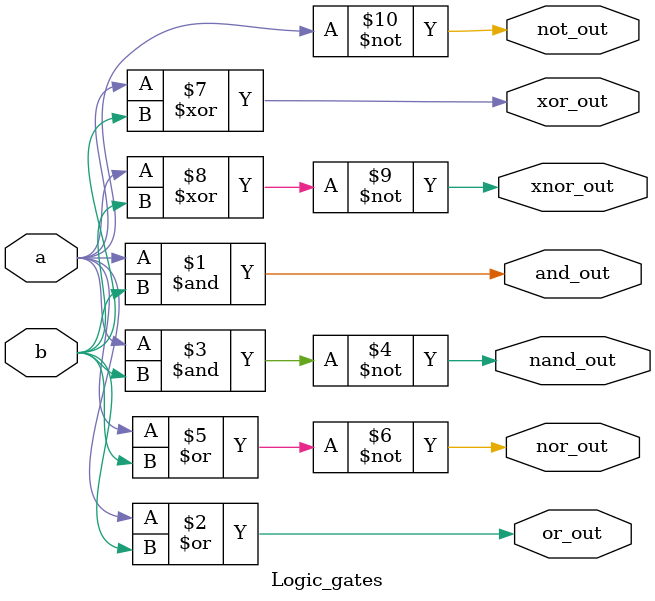
<source format=v>
module Logic_gates(
  input a, b,
  output and_out, or_out, not_out, nand_out, nor_out, xor_out, xnor_out);

  // Built-in gate primitives
  and  g1(and_out, a, b);    // AND gate
  or   g2(or_out, a, b);     // OR gate
  not  g3(not_out, a);       // NOT gate
  nand g4(nand_out, a, b);   // NAND gate
  nor  g5(nor_out, a, b);    // NOR gate
  xor  g6(xor_out, a, b);    // XOR gate
  xnor g7(xnor_out, a, b);   // XNOR gate

endmodule


</source>
